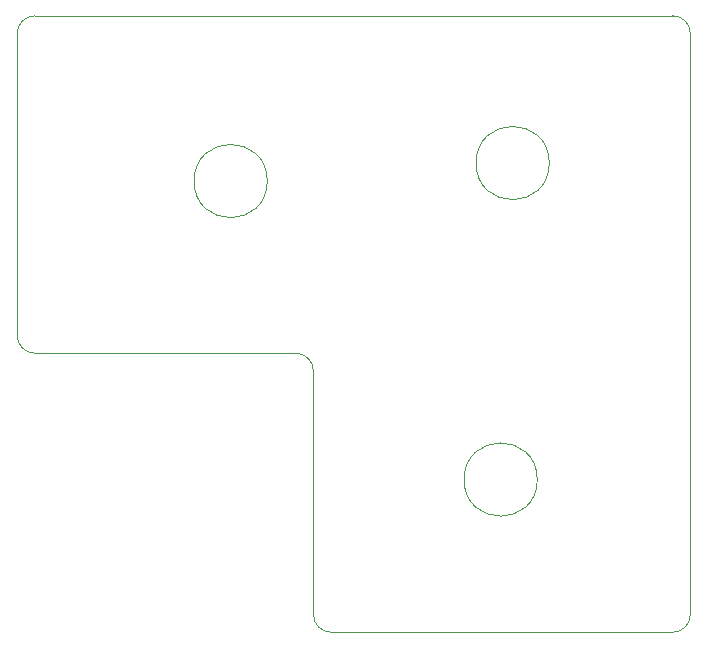
<source format=gbr>
%TF.GenerationSoftware,KiCad,Pcbnew,(5.1.10)-1*%
%TF.CreationDate,2022-12-01T07:09:04-06:00*%
%TF.ProjectId,perovskite_routing_board,7065726f-7673-46b6-9974-655f726f7574,A*%
%TF.SameCoordinates,Original*%
%TF.FileFunction,Profile,NP*%
%FSLAX46Y46*%
G04 Gerber Fmt 4.6, Leading zero omitted, Abs format (unit mm)*
G04 Created by KiCad (PCBNEW (5.1.10)-1) date 2022-12-01 07:09:04*
%MOMM*%
%LPD*%
G01*
G04 APERTURE LIST*
%TA.AperFunction,Profile*%
%ADD10C,0.050000*%
%TD*%
G04 APERTURE END LIST*
D10*
X135664000Y-89889042D02*
G75*
G03*
X135664000Y-89889042I-3100000J0D01*
G01*
X159540000Y-88365042D02*
G75*
G03*
X159540000Y-88365042I-3100000J0D01*
G01*
X158524000Y-115162041D02*
G75*
G03*
X158524000Y-115162041I-3100000J0D01*
G01*
X139573000Y-105966959D02*
X139573000Y-126592041D01*
X141073000Y-128092041D02*
G75*
G02*
X139573000Y-126592041I0J1500000D01*
G01*
X114485500Y-77392042D02*
X114485500Y-102966959D01*
X114485500Y-77392042D02*
G75*
G02*
X115985500Y-75892042I1500000J0D01*
G01*
X171485500Y-126592041D02*
G75*
G02*
X169985500Y-128092041I-1500000J0D01*
G01*
X169985500Y-75892042D02*
G75*
G02*
X171485500Y-77392042I0J-1500000D01*
G01*
X115985500Y-104466959D02*
G75*
G02*
X114485500Y-102966959I0J1500000D01*
G01*
X171485500Y-126592041D02*
X171485500Y-77392042D01*
X169985500Y-75892042D02*
X115985500Y-75892042D01*
X115985500Y-104466959D02*
X138073000Y-104466959D01*
X141073000Y-128092041D02*
X169985500Y-128092041D01*
X138073000Y-104466959D02*
G75*
G02*
X139573000Y-105966959I0J-1500000D01*
G01*
M02*

</source>
